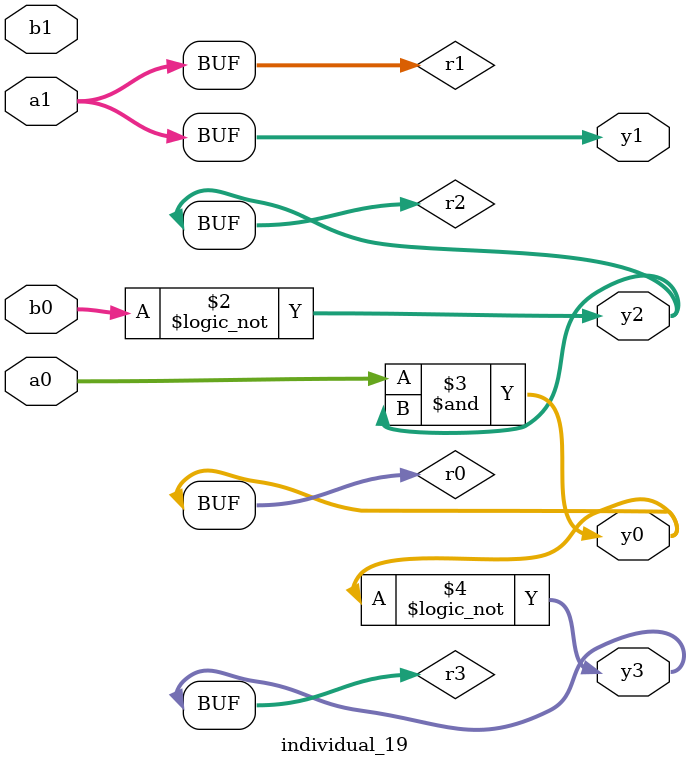
<source format=sv>
module individual_19(input logic [15:0] a1, input logic [15:0] a0, input logic [15:0] b1, input logic [15:0] b0, output logic [15:0] y3, output logic [15:0] y2, output logic [15:0] y1, output logic [15:0] y0);
logic [15:0] r0, r1, r2, r3; 
 always@(*) begin 
	 r0 = a0; r1 = a1; r2 = b0; r3 = b1; 
 	 r2 = ! b0 ;
 	 r0  &=  r2 ;
 	 r3 = ! r0 ;
 	 y3 = r3; y2 = r2; y1 = r1; y0 = r0; 
end
endmodule
</source>
